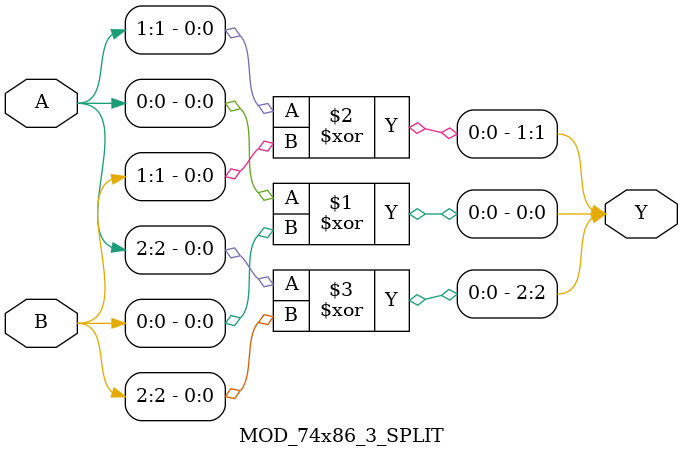
<source format=v>
module MOD_74x86_3 (
    input [0:2] A,
    input [0:2] B,
    output [0:2] Y);

assign Y = A ^ B;

endmodule

module MOD_74x86_3_SPLIT (
    input [0:2] A,
    input [0:2] B,
    output [0:2] Y);

assign Y[0] = A[0] ^ B[0];
assign Y[1] = A[1] ^ B[1];
assign Y[2] = A[2] ^ B[2];

endmodule

</source>
